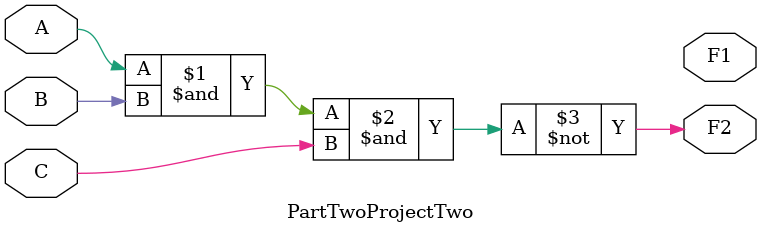
<source format=v>
`timescale 1ns / 1ps


module PartTwoProjectTwo(
    input A,
    input B,
    input C,
    output F1,
    output F2
    );
    nand(F2, A, B, C);
endmodule

</source>
